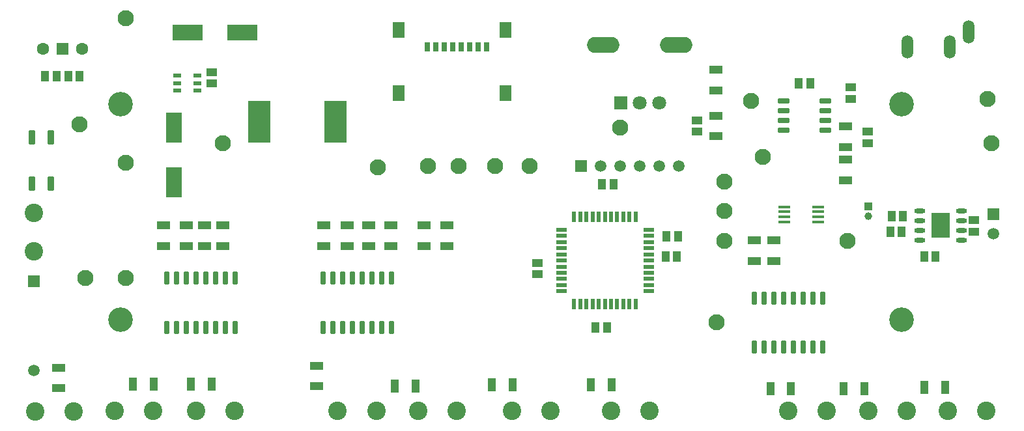
<source format=gbr>
%TF.GenerationSoftware,Altium Limited,Altium Designer,22.7.1 (60)*%
G04 Layer_Color=255*
%FSLAX43Y43*%
%MOMM*%
%TF.SameCoordinates,1608F762-6F3A-48E5-B14A-7665CB884DB8*%
%TF.FilePolarity,Positive*%
%TF.FileFunction,Pads,Top*%
%TF.Part,Single*%
G01*
G75*
%TA.AperFunction,SMDPad,CuDef*%
%ADD10R,1.346X0.508*%
%ADD11R,0.508X1.346*%
%ADD12O,1.450X0.600*%
%ADD13R,2.400X3.200*%
%ADD14R,1.100X1.400*%
%ADD15R,1.400X1.100*%
%ADD16R,0.800X1.200*%
%ADD17R,1.500X2.000*%
G04:AMPARAMS|DCode=18|XSize=1.62mm|YSize=0.6mm|CornerRadius=0.075mm|HoleSize=0mm|Usage=FLASHONLY|Rotation=90.000|XOffset=0mm|YOffset=0mm|HoleType=Round|Shape=RoundedRectangle|*
%AMROUNDEDRECTD18*
21,1,1.620,0.450,0,0,90.0*
21,1,1.470,0.600,0,0,90.0*
1,1,0.150,0.225,0.735*
1,1,0.150,0.225,-0.735*
1,1,0.150,-0.225,-0.735*
1,1,0.150,-0.225,0.735*
%
%ADD18ROUNDEDRECTD18*%
%ADD19R,1.499X0.432*%
%ADD20R,1.700X1.100*%
%ADD21R,1.100X1.700*%
G04:AMPARAMS|DCode=22|XSize=0.6mm|YSize=1.45mm|CornerRadius=0.051mm|HoleSize=0mm|Usage=FLASHONLY|Rotation=90.000|XOffset=0mm|YOffset=0mm|HoleType=Round|Shape=RoundedRectangle|*
%AMROUNDEDRECTD22*
21,1,0.600,1.348,0,0,90.0*
21,1,0.498,1.450,0,0,90.0*
1,1,0.102,0.674,0.249*
1,1,0.102,0.674,-0.249*
1,1,0.102,-0.674,-0.249*
1,1,0.102,-0.674,0.249*
%
%ADD22ROUNDEDRECTD22*%
G04:AMPARAMS|DCode=23|XSize=0.9mm|YSize=1.85mm|CornerRadius=0.225mm|HoleSize=0mm|Usage=FLASHONLY|Rotation=180.000|XOffset=0mm|YOffset=0mm|HoleType=Round|Shape=RoundedRectangle|*
%AMROUNDEDRECTD23*
21,1,0.900,1.400,0,0,180.0*
21,1,0.450,1.850,0,0,180.0*
1,1,0.450,-0.225,0.700*
1,1,0.450,0.225,0.700*
1,1,0.450,0.225,-0.700*
1,1,0.450,-0.225,-0.700*
%
%ADD23ROUNDEDRECTD23*%
%ADD24R,1.050X0.550*%
%ADD25R,2.900X5.400*%
%ADD26R,2.000X4.000*%
%ADD27R,4.000X2.000*%
%TA.AperFunction,ComponentPad*%
%ADD31C,1.000*%
%ADD32R,1.000X1.000*%
%ADD33C,2.400*%
%ADD34C,2.100*%
%ADD35C,1.800*%
%ADD36R,1.800X1.800*%
%ADD37O,4.200X2.100*%
%ADD38C,1.500*%
%ADD39R,1.500X1.500*%
%ADD40O,1.508X3.016*%
%ADD41R,1.500X1.500*%
%ADD42C,1.600*%
%ADD43R,1.600X1.600*%
%TA.AperFunction,ViaPad*%
%ADD44C,3.200*%
D10*
X83177Y18000D02*
D03*
Y18800D02*
D03*
Y19600D02*
D03*
Y20400D02*
D03*
Y21200D02*
D03*
Y22000D02*
D03*
Y22800D02*
D03*
Y23600D02*
D03*
Y24400D02*
D03*
Y25200D02*
D03*
Y26000D02*
D03*
X71823D02*
D03*
Y25200D02*
D03*
Y24400D02*
D03*
Y23600D02*
D03*
Y22800D02*
D03*
Y22000D02*
D03*
Y21200D02*
D03*
Y20400D02*
D03*
Y19600D02*
D03*
Y18800D02*
D03*
Y18000D02*
D03*
D11*
X81500Y27677D02*
D03*
X80700D02*
D03*
X79900D02*
D03*
X79100D02*
D03*
X78300D02*
D03*
X77500D02*
D03*
X76700D02*
D03*
X75900D02*
D03*
X75100D02*
D03*
X74300D02*
D03*
X73500D02*
D03*
Y16323D02*
D03*
X74300D02*
D03*
X75100D02*
D03*
X75900D02*
D03*
X76700D02*
D03*
X77500D02*
D03*
X78300D02*
D03*
X79100D02*
D03*
X79900D02*
D03*
X80700D02*
D03*
X81500D02*
D03*
D12*
X123868Y24670D02*
D03*
Y25940D02*
D03*
Y27210D02*
D03*
Y28480D02*
D03*
X118418Y24670D02*
D03*
Y25940D02*
D03*
Y27210D02*
D03*
Y28480D02*
D03*
D13*
X121150Y26600D02*
D03*
D14*
X76250Y13250D02*
D03*
X77750D02*
D03*
X85380Y22500D02*
D03*
X86880D02*
D03*
X86983Y25153D02*
D03*
X85483D02*
D03*
X78613Y31877D02*
D03*
X77113D02*
D03*
X9250Y46000D02*
D03*
X7750D02*
D03*
X4750Y46000D02*
D03*
X6250D02*
D03*
X116080Y25750D02*
D03*
X114580D02*
D03*
X120500Y22500D02*
D03*
X119000D02*
D03*
X114750Y27750D02*
D03*
X116250D02*
D03*
X102684Y45000D02*
D03*
X104184D02*
D03*
D15*
X68750Y20205D02*
D03*
Y21705D02*
D03*
X109434Y44500D02*
D03*
Y43000D02*
D03*
X125497Y27226D02*
D03*
Y25726D02*
D03*
X26435Y45000D02*
D03*
Y46500D02*
D03*
X89434Y38750D02*
D03*
Y40250D02*
D03*
X111684Y38750D02*
D03*
Y37250D02*
D03*
D16*
X54450Y49800D02*
D03*
X55550D02*
D03*
X56650D02*
D03*
X57750D02*
D03*
X58850D02*
D03*
X59950D02*
D03*
X61050D02*
D03*
X62150D02*
D03*
D17*
X64620Y52000D02*
D03*
Y43800D02*
D03*
X50730D02*
D03*
Y52000D02*
D03*
D18*
X40894Y13305D02*
D03*
X42164D02*
D03*
X43434D02*
D03*
X44704D02*
D03*
X45974D02*
D03*
X47244D02*
D03*
X48514D02*
D03*
X49784D02*
D03*
Y19695D02*
D03*
X48514D02*
D03*
X47244D02*
D03*
X45974D02*
D03*
X44704D02*
D03*
X43434D02*
D03*
X42164D02*
D03*
X40894D02*
D03*
X96920Y10750D02*
D03*
X98190D02*
D03*
X99460D02*
D03*
X100730D02*
D03*
X102000D02*
D03*
X103270D02*
D03*
X104540D02*
D03*
X105810D02*
D03*
Y17140D02*
D03*
X104540D02*
D03*
X103270D02*
D03*
X102000D02*
D03*
X100730D02*
D03*
X99460D02*
D03*
X98190D02*
D03*
X96920D02*
D03*
X20555Y19695D02*
D03*
X21825D02*
D03*
X23095D02*
D03*
X24365D02*
D03*
X25635D02*
D03*
X26905D02*
D03*
X28175D02*
D03*
X29445D02*
D03*
Y13305D02*
D03*
X28175D02*
D03*
X26905D02*
D03*
X25635D02*
D03*
X24365D02*
D03*
X23095D02*
D03*
X21825D02*
D03*
X20555D02*
D03*
D19*
X105184Y27035D02*
D03*
Y27670D02*
D03*
Y28330D02*
D03*
Y28965D02*
D03*
X100816D02*
D03*
Y28330D02*
D03*
Y27670D02*
D03*
Y27035D02*
D03*
D20*
X96920Y24600D02*
D03*
Y21900D02*
D03*
X99460Y24600D02*
D03*
Y21900D02*
D03*
X91934Y40850D02*
D03*
Y38150D02*
D03*
X108752Y32400D02*
D03*
Y35100D02*
D03*
X49695Y23904D02*
D03*
Y26604D02*
D03*
X46830Y23900D02*
D03*
Y26600D02*
D03*
X108752Y36750D02*
D03*
Y39450D02*
D03*
X91934Y44150D02*
D03*
Y46850D02*
D03*
X57000Y26604D02*
D03*
Y23904D02*
D03*
X54000Y26604D02*
D03*
Y23904D02*
D03*
X20103D02*
D03*
Y26604D02*
D03*
X23095Y23900D02*
D03*
Y26600D02*
D03*
X43980Y23904D02*
D03*
Y26604D02*
D03*
X40945Y23904D02*
D03*
Y26604D02*
D03*
X27865Y23904D02*
D03*
Y26604D02*
D03*
X25500Y23904D02*
D03*
Y26604D02*
D03*
X6477Y5381D02*
D03*
Y8081D02*
D03*
X40005Y5635D02*
D03*
Y8335D02*
D03*
D21*
X119050Y5525D02*
D03*
X121750D02*
D03*
X108505Y5334D02*
D03*
X111205D02*
D03*
X52912Y5635D02*
D03*
X50212D02*
D03*
X65485Y5842D02*
D03*
X62785D02*
D03*
X78350D02*
D03*
X75650D02*
D03*
X101700Y5334D02*
D03*
X99000D02*
D03*
X16176Y5889D02*
D03*
X18876D02*
D03*
X23669D02*
D03*
X26369D02*
D03*
D22*
X106159Y38945D02*
D03*
Y40215D02*
D03*
Y41485D02*
D03*
Y42755D02*
D03*
X100709Y38945D02*
D03*
Y40215D02*
D03*
Y41485D02*
D03*
Y42755D02*
D03*
D23*
X3000Y31975D02*
D03*
X5500D02*
D03*
Y38025D02*
D03*
X3000D02*
D03*
D24*
X21890Y46025D02*
D03*
Y45075D02*
D03*
Y44125D02*
D03*
X24540D02*
D03*
Y45075D02*
D03*
Y46025D02*
D03*
D25*
X32550Y40050D02*
D03*
X42450D02*
D03*
D26*
X21500Y39300D02*
D03*
Y32200D02*
D03*
D27*
X30380Y51670D02*
D03*
X23280D02*
D03*
D31*
X111750Y27750D02*
D03*
D32*
Y29020D02*
D03*
D33*
X65445Y2413D02*
D03*
X70445D02*
D03*
X83300D02*
D03*
X78300D02*
D03*
X101319D02*
D03*
X106319D02*
D03*
X122087D02*
D03*
X127087D02*
D03*
X116731D02*
D03*
X111731D02*
D03*
X8469Y2365D02*
D03*
X3469D02*
D03*
X13796Y2413D02*
D03*
X18796D02*
D03*
X29365D02*
D03*
X24365D02*
D03*
X42775D02*
D03*
X47775D02*
D03*
X58253D02*
D03*
X53253D02*
D03*
X3300Y28200D02*
D03*
Y23200D02*
D03*
D34*
X92000Y14000D02*
D03*
X96500Y42750D02*
D03*
X15250Y34750D02*
D03*
X127250Y43000D02*
D03*
X15250Y53500D02*
D03*
X79500Y39250D02*
D03*
X54500Y34250D02*
D03*
X58500D02*
D03*
X63250D02*
D03*
X67750Y34250D02*
D03*
X98000Y35500D02*
D03*
X127750Y37250D02*
D03*
X109000Y24527D02*
D03*
X9250Y39750D02*
D03*
X15250Y19750D02*
D03*
X93000Y32250D02*
D03*
Y28407D02*
D03*
Y24527D02*
D03*
X10000Y19750D02*
D03*
X27865Y37250D02*
D03*
X48006Y34099D02*
D03*
D35*
X84540Y42500D02*
D03*
X82040D02*
D03*
D36*
X79540D02*
D03*
D37*
X86790Y50000D02*
D03*
X77290D02*
D03*
D38*
X3250Y7675D02*
D03*
X127987Y25514D02*
D03*
X76960Y34250D02*
D03*
X79500D02*
D03*
X82040D02*
D03*
X84580D02*
D03*
X87120D02*
D03*
D39*
X3250Y19325D02*
D03*
X127987Y28054D02*
D03*
D40*
X124750Y51750D02*
D03*
X122350Y49750D02*
D03*
X116850D02*
D03*
D41*
X74420Y34250D02*
D03*
D42*
X9540Y49500D02*
D03*
X4460D02*
D03*
D43*
X7000D02*
D03*
D44*
X116080Y14310D02*
D03*
Y42310D02*
D03*
X14580D02*
D03*
Y14310D02*
D03*
%TF.MD5,178aa55cb8262e8b67900f1d0708fab3*%
M02*

</source>
